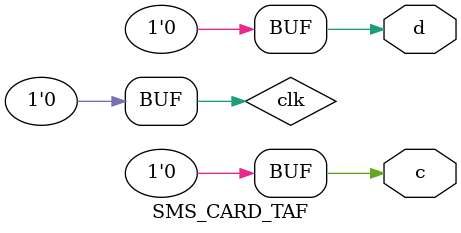
<source format=v>
module  SMS_CARD_TAF(output c, output d);
    reg clk = 0;
    assign d = clk;
    assign c = clk;
    always begin 
        // Constant clock
        // We are assuming a timestep of 1ns.  This gives a 1 MHz frequency with 
        // a 20% duty cycle. There's nothing special about 20% - it's arbitrary.  
        #800 clk = 1; 
        #200 clk = 0;
    end
endmodule

</source>
